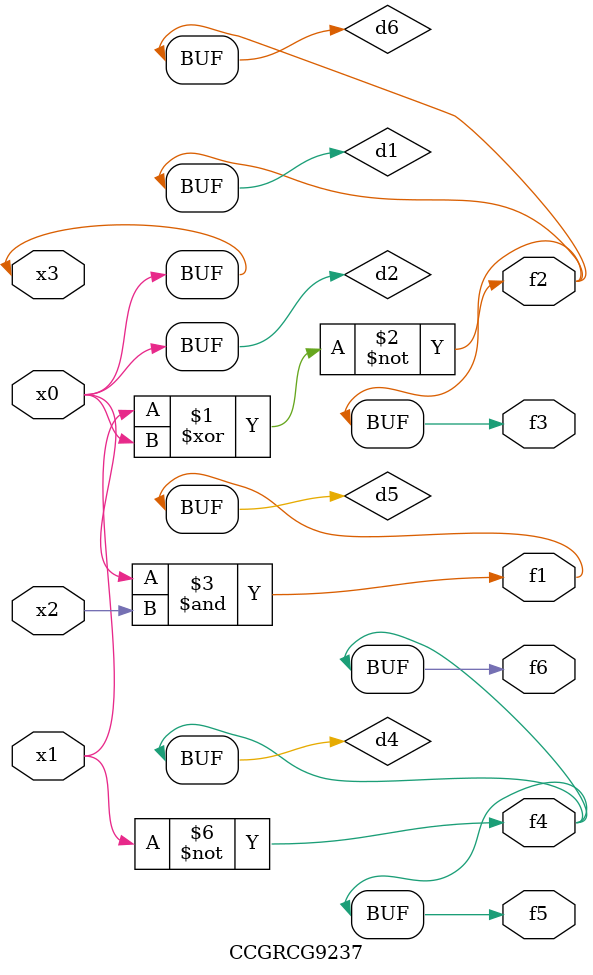
<source format=v>
module CCGRCG9237(
	input x0, x1, x2, x3,
	output f1, f2, f3, f4, f5, f6
);

	wire d1, d2, d3, d4, d5, d6;

	xnor (d1, x1, x3);
	buf (d2, x0, x3);
	nand (d3, x0, x2);
	not (d4, x1);
	nand (d5, d3);
	or (d6, d1);
	assign f1 = d5;
	assign f2 = d6;
	assign f3 = d6;
	assign f4 = d4;
	assign f5 = d4;
	assign f6 = d4;
endmodule

</source>
